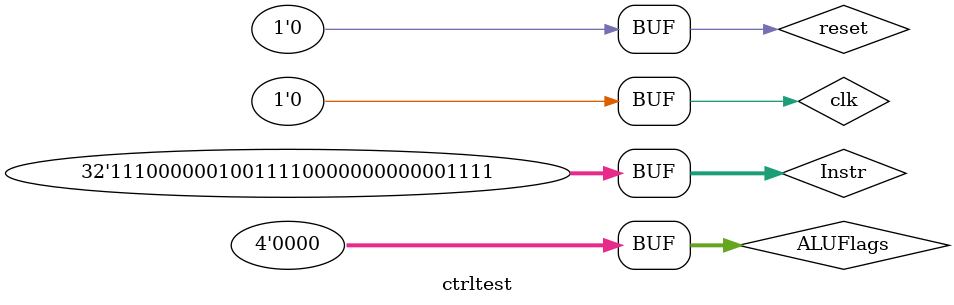
<source format=sv>
module ctrltest();
	logic         clk;
	logic         reset;
	logic [31:0]  Instr;
	logic [3:0]   ALUFlags;
	logic         PCWrite;
	logic         MemWrite;
	logic         RegWrite;
	logic         IRWrite;
	logic         AdrSrc;
	logic [1:0]   RegSrc;
	logic         ALUSrcA;
	logic [1:0]   ALUSrcB;
	logic [1:0]   ResultSrc;
	logic [1:0]   ImmSrc;
	logic [1:0]   ALUControl;

	controller ctrlr(clk, reset, Instr[31:12], ALUFlags, PCWrite, MemWrite, RegWrite, IRWrite, AdrSrc, RegSrc, ALUSrcA, ALUSrcB, ResultSrc, ImmSrc, ALUControl); 	 	

	// initialize test
	initial
	begin
		ALUFlags <= 0;
		Instr <= 'hE04F000F;
		reset <= 1; # 5; reset <= 0;
	end

	// generate clock to sequence tests
	always
	begin
		clk <= 1; # 5; clk <= 0; # 5;
	end
		

endmodule

</source>
